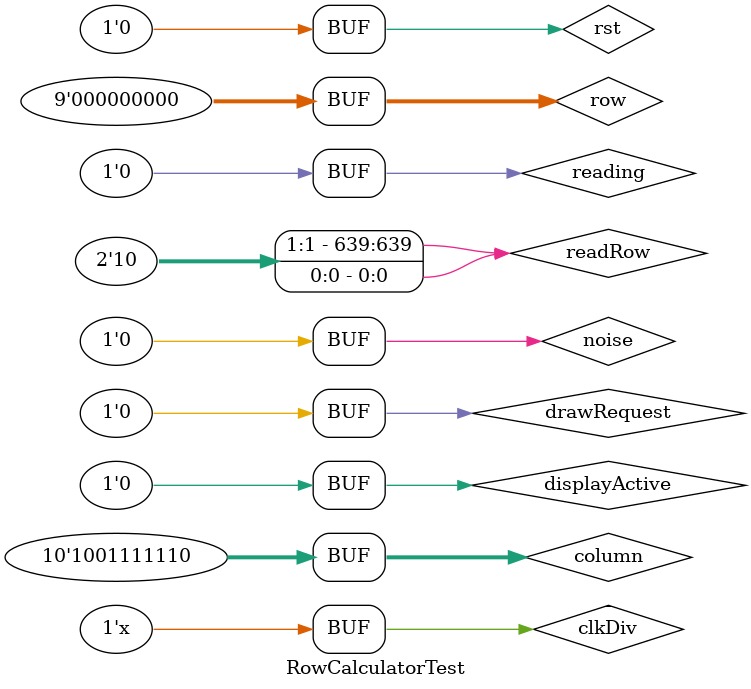
<source format=v>
`timescale 1ns / 1ps

module RowCalculatorTest;
	reg clkDiv;
	reg rst;
	reg noise;
	reg drawRequest;
	reg reading;
	reg [639:0] readRow;
	reg displayActive;
	reg [8:0] row;
	reg [9:0] column;

	wire [639:0] drawRow;
	wire [639:0] writeRow;

	RowCalculator uut (
		.clkDiv( clkDiv ),
		.rst( rst ),
		.noise( noise ),
		.drawRequest( drawRequest ),
		.reading( reading ),
		.readRow( readRow ),
		.displayActive( displayActive ),
		.row( row ),
		.column( column ),
		.drawRow( drawRow ),
		.writeRow( writeRow )
	);

	initial begin
		clkDiv = 0;
		rst = 1;
		noise = 0;
		drawRequest = 0;
		reading = 0;
		displayActive = 0;
		row = 0;
		column = 0;

		#5 rst = 0;

		readRow[0] = 0;
		readRow[639] = 1;
		#40 reading = 1;
		#40 reading = 0;
		readRow[0] = 1;
		readRow[639] = 0;
		#40 reading = 1;
		#40 reading = 0;
		readRow[0] = 0;
		readRow[639] = 1;
		#40 column = 637;
		#40 column = 638;
	end

	always begin
		#20 clkDiv = ~clkDiv;
	end
endmodule


</source>
